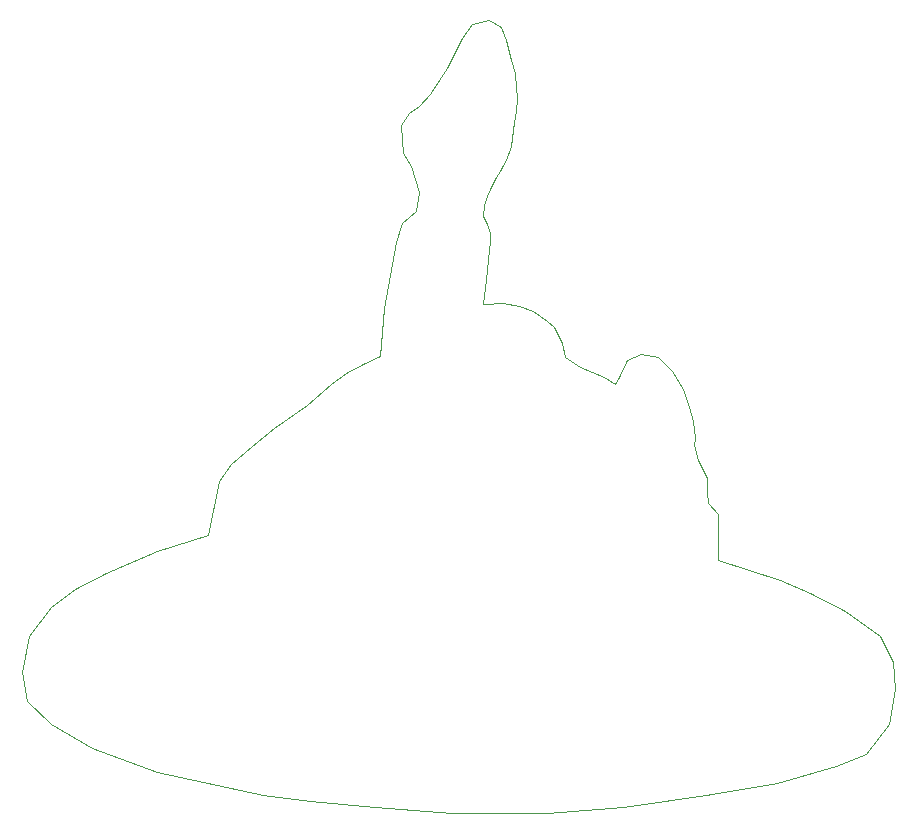
<source format=gbr>
%TF.GenerationSoftware,KiCad,Pcbnew,9.0.2*%
%TF.CreationDate,2025-06-19T19:47:11-10:00*%
%TF.ProjectId,Happy Birthday PCB,48617070-7920-4426-9972-746864617920,rev?*%
%TF.SameCoordinates,Original*%
%TF.FileFunction,Profile,NP*%
%FSLAX46Y46*%
G04 Gerber Fmt 4.6, Leading zero omitted, Abs format (unit mm)*
G04 Created by KiCad (PCBNEW 9.0.2) date 2025-06-19 19:47:11*
%MOMM*%
%LPD*%
G01*
G04 APERTURE LIST*
%TA.AperFunction,Profile*%
%ADD10C,0.050000*%
%TD*%
G04 APERTURE END LIST*
D10*
X99608838Y-14958721D02*
X100082120Y-16063046D01*
X100498034Y-17784071D01*
X100799214Y-18874053D01*
X100899607Y-20007062D01*
X100985658Y-20953625D01*
X100870923Y-22086634D01*
X100770530Y-23033197D01*
X100500000Y-25000000D01*
X100086051Y-26219375D01*
X99818336Y-26687876D01*
X99560182Y-27185061D01*
X99218403Y-27694014D01*
X98718792Y-28705300D01*
X98460639Y-29298097D01*
X98221607Y-30053436D01*
X98097311Y-30942632D01*
X98486967Y-31638030D01*
X98718792Y-32386381D01*
X98673411Y-33186952D01*
X98616044Y-33774969D01*
X98345904Y-36402107D01*
X98221607Y-37616385D01*
X98116434Y-38419530D01*
X99825349Y-38312390D01*
X101173485Y-38599228D01*
X102335177Y-38986459D01*
X103511211Y-39889997D01*
X104142254Y-40334595D01*
X104784871Y-41688410D01*
X105071709Y-42864443D01*
X106348136Y-43767982D01*
X108355998Y-44614152D01*
X109302562Y-45173485D01*
X109632425Y-44571127D01*
X110306494Y-43136939D01*
X111525553Y-42649315D01*
X112888031Y-42878785D01*
X114150116Y-44126528D01*
X115024971Y-45603742D01*
X115555620Y-47109639D01*
X115899825Y-48343040D01*
X116071928Y-49748544D01*
X115971534Y-50365244D01*
X116315739Y-51641671D01*
X117061517Y-53133226D01*
X117118885Y-54323602D01*
X117190594Y-55298850D01*
X117993739Y-56202388D01*
X118051106Y-56804747D01*
X118051106Y-59113789D01*
X118022423Y-60089036D01*
X123285891Y-61810061D01*
X125810061Y-62857018D01*
X128793171Y-64448966D01*
X131718914Y-66514197D01*
X132866264Y-68722845D01*
X133000000Y-71000000D01*
X132500000Y-74000000D01*
X130500000Y-76500000D01*
X128000000Y-77500000D01*
X123000000Y-79000000D01*
X117000000Y-80000000D01*
X110000000Y-81000000D01*
X103500000Y-81500000D01*
X95500000Y-81500000D01*
X89000000Y-81000000D01*
X83500000Y-80500000D01*
X79500000Y-80000000D01*
X70500000Y-78000000D01*
X65000000Y-76000000D01*
X61500000Y-74000000D01*
X59500000Y-72000000D01*
X59093039Y-69572584D01*
X59681056Y-66560790D01*
X61542295Y-64093695D01*
X63610730Y-62559407D01*
X66217747Y-61225319D01*
X70505967Y-59303508D01*
X74794188Y-57941030D01*
X75786982Y-53394948D01*
X76805256Y-52003786D01*
X78583648Y-50454864D01*
X80444887Y-48919990D01*
X83216074Y-46955446D01*
X85209595Y-45191395D01*
X86501957Y-44287857D01*
X87948893Y-43513396D01*
X89368739Y-42796302D01*
X89724081Y-38737258D01*
X90716875Y-33201587D01*
X91261866Y-31523588D01*
X92437900Y-30548340D01*
X92710396Y-28942050D01*
X91978960Y-26733401D01*
X91319234Y-25600393D01*
X91175815Y-23291351D01*
X91806858Y-22244394D01*
X92667370Y-21627694D01*
X93585250Y-20623762D01*
X94531814Y-19175233D01*
X95033780Y-18443797D01*
X95593113Y-17425524D01*
X96353232Y-15890943D01*
X97213745Y-14671884D01*
X98633590Y-14370704D01*
X99608838Y-14958721D01*
M02*

</source>
